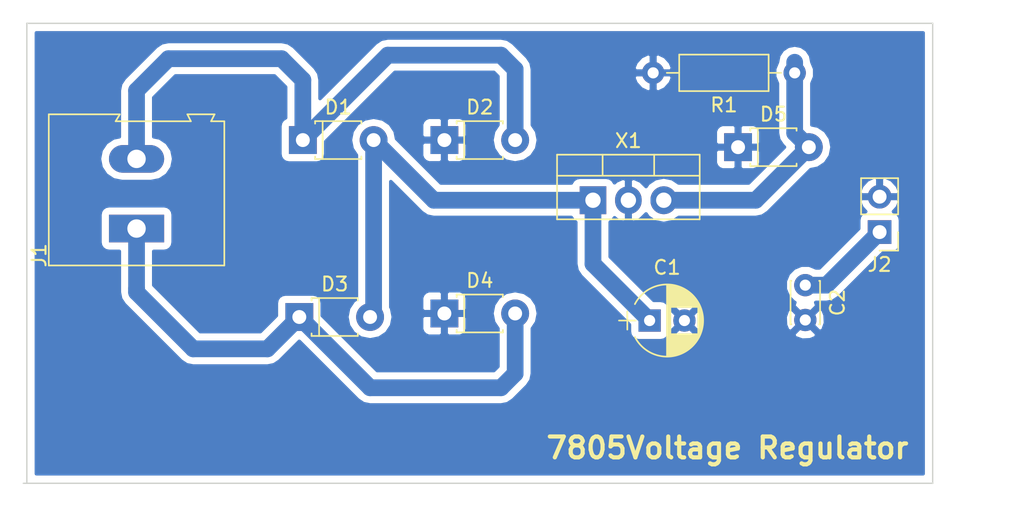
<source format=kicad_pcb>
(kicad_pcb (version 4) (host pcbnew 4.0.7)

  (general
    (links 18)
    (no_connects 1)
    (area 100.584 80.01 176.426 118.698001)
    (thickness 1.6)
    (drawings 8)
    (tracks 30)
    (zones 0)
    (modules 11)
    (nets 6)
  )

  (page A4)
  (layers
    (0 F.Cu signal)
    (31 B.Cu signal)
    (32 B.Adhes user)
    (33 F.Adhes user)
    (34 B.Paste user)
    (35 F.Paste user)
    (36 B.SilkS user)
    (37 F.SilkS user)
    (38 B.Mask user)
    (39 F.Mask user)
    (40 Dwgs.User user)
    (41 Cmts.User user)
    (42 Eco1.User user)
    (43 Eco2.User user)
    (44 Edge.Cuts user)
    (45 Margin user)
    (46 B.CrtYd user)
    (47 F.CrtYd user)
    (48 B.Fab user)
    (49 F.Fab user)
  )

  (setup
    (last_trace_width 1.2)
    (trace_clearance 0.2)
    (zone_clearance 0.508)
    (zone_45_only no)
    (trace_min 1.2)
    (segment_width 0.2)
    (edge_width 0.1)
    (via_size 0.6)
    (via_drill 0.4)
    (via_min_size 0.4)
    (via_min_drill 0.3)
    (uvia_size 0.3)
    (uvia_drill 0.1)
    (uvias_allowed no)
    (uvia_min_size 0.2)
    (uvia_min_drill 0.1)
    (pcb_text_width 0.3)
    (pcb_text_size 1.5 1.5)
    (mod_edge_width 0.15)
    (mod_text_size 1 1)
    (mod_text_width 0.15)
    (pad_size 1.905 2)
    (pad_drill 1.1)
    (pad_to_mask_clearance 0)
    (aux_axis_origin 0 0)
    (visible_elements FFFFFF7F)
    (pcbplotparams
      (layerselection 0x00030_80000001)
      (usegerberextensions false)
      (excludeedgelayer true)
      (linewidth 0.100000)
      (plotframeref false)
      (viasonmask false)
      (mode 1)
      (useauxorigin false)
      (hpglpennumber 1)
      (hpglpenspeed 20)
      (hpglpendiameter 15)
      (hpglpenoverlay 2)
      (psnegative false)
      (psa4output false)
      (plotreference true)
      (plotvalue true)
      (plotinvisibletext false)
      (padsonsilk false)
      (subtractmaskfromsilk false)
      (outputformat 1)
      (mirror false)
      (drillshape 1)
      (scaleselection 1)
      (outputdirectory ""))
  )

  (net 0 "")
  (net 1 "Net-(C1-Pad1)")
  (net 2 GND)
  (net 3 "Net-(C2-Pad1)")
  (net 4 "Net-(D1-Pad1)")
  (net 5 "Net-(D3-Pad1)")

  (net_class Default "This is the default net class."
    (clearance 0.2)
    (trace_width 1.2)
    (via_dia 0.6)
    (via_drill 0.4)
    (uvia_dia 0.3)
    (uvia_drill 0.1)
    (add_net GND)
    (add_net "Net-(C1-Pad1)")
    (add_net "Net-(C2-Pad1)")
    (add_net "Net-(D1-Pad1)")
    (add_net "Net-(D3-Pad1)")
  )

  (module Capacitors_THT:CP_Radial_D5.0mm_P2.50mm (layer F.Cu) (tedit 597BC7C2) (tstamp 5EA699C7)
    (at 147.066 102.87)
    (descr "CP, Radial series, Radial, pin pitch=2.50mm, , diameter=5mm, Electrolytic Capacitor")
    (tags "CP Radial series Radial pin pitch 2.50mm  diameter 5mm Electrolytic Capacitor")
    (path /5CB59F0D)
    (fp_text reference C1 (at 1.25 -3.81) (layer F.SilkS)
      (effects (font (size 1 1) (thickness 0.15)))
    )
    (fp_text value 1000u (at 1.25 3.81) (layer F.Fab)
      (effects (font (size 1 1) (thickness 0.15)))
    )
    (fp_arc (start 1.25 0) (end -1.05558 -1.18) (angle 125.8) (layer F.SilkS) (width 0.12))
    (fp_arc (start 1.25 0) (end -1.05558 1.18) (angle -125.8) (layer F.SilkS) (width 0.12))
    (fp_arc (start 1.25 0) (end 3.55558 -1.18) (angle 54.2) (layer F.SilkS) (width 0.12))
    (fp_circle (center 1.25 0) (end 3.75 0) (layer F.Fab) (width 0.1))
    (fp_line (start -2.2 0) (end -1 0) (layer F.Fab) (width 0.1))
    (fp_line (start -1.6 -0.65) (end -1.6 0.65) (layer F.Fab) (width 0.1))
    (fp_line (start 1.25 -2.55) (end 1.25 2.55) (layer F.SilkS) (width 0.12))
    (fp_line (start 1.29 -2.55) (end 1.29 2.55) (layer F.SilkS) (width 0.12))
    (fp_line (start 1.33 -2.549) (end 1.33 2.549) (layer F.SilkS) (width 0.12))
    (fp_line (start 1.37 -2.548) (end 1.37 2.548) (layer F.SilkS) (width 0.12))
    (fp_line (start 1.41 -2.546) (end 1.41 2.546) (layer F.SilkS) (width 0.12))
    (fp_line (start 1.45 -2.543) (end 1.45 2.543) (layer F.SilkS) (width 0.12))
    (fp_line (start 1.49 -2.539) (end 1.49 2.539) (layer F.SilkS) (width 0.12))
    (fp_line (start 1.53 -2.535) (end 1.53 -0.98) (layer F.SilkS) (width 0.12))
    (fp_line (start 1.53 0.98) (end 1.53 2.535) (layer F.SilkS) (width 0.12))
    (fp_line (start 1.57 -2.531) (end 1.57 -0.98) (layer F.SilkS) (width 0.12))
    (fp_line (start 1.57 0.98) (end 1.57 2.531) (layer F.SilkS) (width 0.12))
    (fp_line (start 1.61 -2.525) (end 1.61 -0.98) (layer F.SilkS) (width 0.12))
    (fp_line (start 1.61 0.98) (end 1.61 2.525) (layer F.SilkS) (width 0.12))
    (fp_line (start 1.65 -2.519) (end 1.65 -0.98) (layer F.SilkS) (width 0.12))
    (fp_line (start 1.65 0.98) (end 1.65 2.519) (layer F.SilkS) (width 0.12))
    (fp_line (start 1.69 -2.513) (end 1.69 -0.98) (layer F.SilkS) (width 0.12))
    (fp_line (start 1.69 0.98) (end 1.69 2.513) (layer F.SilkS) (width 0.12))
    (fp_line (start 1.73 -2.506) (end 1.73 -0.98) (layer F.SilkS) (width 0.12))
    (fp_line (start 1.73 0.98) (end 1.73 2.506) (layer F.SilkS) (width 0.12))
    (fp_line (start 1.77 -2.498) (end 1.77 -0.98) (layer F.SilkS) (width 0.12))
    (fp_line (start 1.77 0.98) (end 1.77 2.498) (layer F.SilkS) (width 0.12))
    (fp_line (start 1.81 -2.489) (end 1.81 -0.98) (layer F.SilkS) (width 0.12))
    (fp_line (start 1.81 0.98) (end 1.81 2.489) (layer F.SilkS) (width 0.12))
    (fp_line (start 1.85 -2.48) (end 1.85 -0.98) (layer F.SilkS) (width 0.12))
    (fp_line (start 1.85 0.98) (end 1.85 2.48) (layer F.SilkS) (width 0.12))
    (fp_line (start 1.89 -2.47) (end 1.89 -0.98) (layer F.SilkS) (width 0.12))
    (fp_line (start 1.89 0.98) (end 1.89 2.47) (layer F.SilkS) (width 0.12))
    (fp_line (start 1.93 -2.46) (end 1.93 -0.98) (layer F.SilkS) (width 0.12))
    (fp_line (start 1.93 0.98) (end 1.93 2.46) (layer F.SilkS) (width 0.12))
    (fp_line (start 1.971 -2.448) (end 1.971 -0.98) (layer F.SilkS) (width 0.12))
    (fp_line (start 1.971 0.98) (end 1.971 2.448) (layer F.SilkS) (width 0.12))
    (fp_line (start 2.011 -2.436) (end 2.011 -0.98) (layer F.SilkS) (width 0.12))
    (fp_line (start 2.011 0.98) (end 2.011 2.436) (layer F.SilkS) (width 0.12))
    (fp_line (start 2.051 -2.424) (end 2.051 -0.98) (layer F.SilkS) (width 0.12))
    (fp_line (start 2.051 0.98) (end 2.051 2.424) (layer F.SilkS) (width 0.12))
    (fp_line (start 2.091 -2.41) (end 2.091 -0.98) (layer F.SilkS) (width 0.12))
    (fp_line (start 2.091 0.98) (end 2.091 2.41) (layer F.SilkS) (width 0.12))
    (fp_line (start 2.131 -2.396) (end 2.131 -0.98) (layer F.SilkS) (width 0.12))
    (fp_line (start 2.131 0.98) (end 2.131 2.396) (layer F.SilkS) (width 0.12))
    (fp_line (start 2.171 -2.382) (end 2.171 -0.98) (layer F.SilkS) (width 0.12))
    (fp_line (start 2.171 0.98) (end 2.171 2.382) (layer F.SilkS) (width 0.12))
    (fp_line (start 2.211 -2.366) (end 2.211 -0.98) (layer F.SilkS) (width 0.12))
    (fp_line (start 2.211 0.98) (end 2.211 2.366) (layer F.SilkS) (width 0.12))
    (fp_line (start 2.251 -2.35) (end 2.251 -0.98) (layer F.SilkS) (width 0.12))
    (fp_line (start 2.251 0.98) (end 2.251 2.35) (layer F.SilkS) (width 0.12))
    (fp_line (start 2.291 -2.333) (end 2.291 -0.98) (layer F.SilkS) (width 0.12))
    (fp_line (start 2.291 0.98) (end 2.291 2.333) (layer F.SilkS) (width 0.12))
    (fp_line (start 2.331 -2.315) (end 2.331 -0.98) (layer F.SilkS) (width 0.12))
    (fp_line (start 2.331 0.98) (end 2.331 2.315) (layer F.SilkS) (width 0.12))
    (fp_line (start 2.371 -2.296) (end 2.371 -0.98) (layer F.SilkS) (width 0.12))
    (fp_line (start 2.371 0.98) (end 2.371 2.296) (layer F.SilkS) (width 0.12))
    (fp_line (start 2.411 -2.276) (end 2.411 -0.98) (layer F.SilkS) (width 0.12))
    (fp_line (start 2.411 0.98) (end 2.411 2.276) (layer F.SilkS) (width 0.12))
    (fp_line (start 2.451 -2.256) (end 2.451 -0.98) (layer F.SilkS) (width 0.12))
    (fp_line (start 2.451 0.98) (end 2.451 2.256) (layer F.SilkS) (width 0.12))
    (fp_line (start 2.491 -2.234) (end 2.491 -0.98) (layer F.SilkS) (width 0.12))
    (fp_line (start 2.491 0.98) (end 2.491 2.234) (layer F.SilkS) (width 0.12))
    (fp_line (start 2.531 -2.212) (end 2.531 -0.98) (layer F.SilkS) (width 0.12))
    (fp_line (start 2.531 0.98) (end 2.531 2.212) (layer F.SilkS) (width 0.12))
    (fp_line (start 2.571 -2.189) (end 2.571 -0.98) (layer F.SilkS) (width 0.12))
    (fp_line (start 2.571 0.98) (end 2.571 2.189) (layer F.SilkS) (width 0.12))
    (fp_line (start 2.611 -2.165) (end 2.611 -0.98) (layer F.SilkS) (width 0.12))
    (fp_line (start 2.611 0.98) (end 2.611 2.165) (layer F.SilkS) (width 0.12))
    (fp_line (start 2.651 -2.14) (end 2.651 -0.98) (layer F.SilkS) (width 0.12))
    (fp_line (start 2.651 0.98) (end 2.651 2.14) (layer F.SilkS) (width 0.12))
    (fp_line (start 2.691 -2.113) (end 2.691 -0.98) (layer F.SilkS) (width 0.12))
    (fp_line (start 2.691 0.98) (end 2.691 2.113) (layer F.SilkS) (width 0.12))
    (fp_line (start 2.731 -2.086) (end 2.731 -0.98) (layer F.SilkS) (width 0.12))
    (fp_line (start 2.731 0.98) (end 2.731 2.086) (layer F.SilkS) (width 0.12))
    (fp_line (start 2.771 -2.058) (end 2.771 -0.98) (layer F.SilkS) (width 0.12))
    (fp_line (start 2.771 0.98) (end 2.771 2.058) (layer F.SilkS) (width 0.12))
    (fp_line (start 2.811 -2.028) (end 2.811 -0.98) (layer F.SilkS) (width 0.12))
    (fp_line (start 2.811 0.98) (end 2.811 2.028) (layer F.SilkS) (width 0.12))
    (fp_line (start 2.851 -1.997) (end 2.851 -0.98) (layer F.SilkS) (width 0.12))
    (fp_line (start 2.851 0.98) (end 2.851 1.997) (layer F.SilkS) (width 0.12))
    (fp_line (start 2.891 -1.965) (end 2.891 -0.98) (layer F.SilkS) (width 0.12))
    (fp_line (start 2.891 0.98) (end 2.891 1.965) (layer F.SilkS) (width 0.12))
    (fp_line (start 2.931 -1.932) (end 2.931 -0.98) (layer F.SilkS) (width 0.12))
    (fp_line (start 2.931 0.98) (end 2.931 1.932) (layer F.SilkS) (width 0.12))
    (fp_line (start 2.971 -1.897) (end 2.971 -0.98) (layer F.SilkS) (width 0.12))
    (fp_line (start 2.971 0.98) (end 2.971 1.897) (layer F.SilkS) (width 0.12))
    (fp_line (start 3.011 -1.861) (end 3.011 -0.98) (layer F.SilkS) (width 0.12))
    (fp_line (start 3.011 0.98) (end 3.011 1.861) (layer F.SilkS) (width 0.12))
    (fp_line (start 3.051 -1.823) (end 3.051 -0.98) (layer F.SilkS) (width 0.12))
    (fp_line (start 3.051 0.98) (end 3.051 1.823) (layer F.SilkS) (width 0.12))
    (fp_line (start 3.091 -1.783) (end 3.091 -0.98) (layer F.SilkS) (width 0.12))
    (fp_line (start 3.091 0.98) (end 3.091 1.783) (layer F.SilkS) (width 0.12))
    (fp_line (start 3.131 -1.742) (end 3.131 -0.98) (layer F.SilkS) (width 0.12))
    (fp_line (start 3.131 0.98) (end 3.131 1.742) (layer F.SilkS) (width 0.12))
    (fp_line (start 3.171 -1.699) (end 3.171 -0.98) (layer F.SilkS) (width 0.12))
    (fp_line (start 3.171 0.98) (end 3.171 1.699) (layer F.SilkS) (width 0.12))
    (fp_line (start 3.211 -1.654) (end 3.211 -0.98) (layer F.SilkS) (width 0.12))
    (fp_line (start 3.211 0.98) (end 3.211 1.654) (layer F.SilkS) (width 0.12))
    (fp_line (start 3.251 -1.606) (end 3.251 -0.98) (layer F.SilkS) (width 0.12))
    (fp_line (start 3.251 0.98) (end 3.251 1.606) (layer F.SilkS) (width 0.12))
    (fp_line (start 3.291 -1.556) (end 3.291 -0.98) (layer F.SilkS) (width 0.12))
    (fp_line (start 3.291 0.98) (end 3.291 1.556) (layer F.SilkS) (width 0.12))
    (fp_line (start 3.331 -1.504) (end 3.331 -0.98) (layer F.SilkS) (width 0.12))
    (fp_line (start 3.331 0.98) (end 3.331 1.504) (layer F.SilkS) (width 0.12))
    (fp_line (start 3.371 -1.448) (end 3.371 -0.98) (layer F.SilkS) (width 0.12))
    (fp_line (start 3.371 0.98) (end 3.371 1.448) (layer F.SilkS) (width 0.12))
    (fp_line (start 3.411 -1.39) (end 3.411 -0.98) (layer F.SilkS) (width 0.12))
    (fp_line (start 3.411 0.98) (end 3.411 1.39) (layer F.SilkS) (width 0.12))
    (fp_line (start 3.451 -1.327) (end 3.451 -0.98) (layer F.SilkS) (width 0.12))
    (fp_line (start 3.451 0.98) (end 3.451 1.327) (layer F.SilkS) (width 0.12))
    (fp_line (start 3.491 -1.261) (end 3.491 1.261) (layer F.SilkS) (width 0.12))
    (fp_line (start 3.531 -1.189) (end 3.531 1.189) (layer F.SilkS) (width 0.12))
    (fp_line (start 3.571 -1.112) (end 3.571 1.112) (layer F.SilkS) (width 0.12))
    (fp_line (start 3.611 -1.028) (end 3.611 1.028) (layer F.SilkS) (width 0.12))
    (fp_line (start 3.651 -0.934) (end 3.651 0.934) (layer F.SilkS) (width 0.12))
    (fp_line (start 3.691 -0.829) (end 3.691 0.829) (layer F.SilkS) (width 0.12))
    (fp_line (start 3.731 -0.707) (end 3.731 0.707) (layer F.SilkS) (width 0.12))
    (fp_line (start 3.771 -0.559) (end 3.771 0.559) (layer F.SilkS) (width 0.12))
    (fp_line (start 3.811 -0.354) (end 3.811 0.354) (layer F.SilkS) (width 0.12))
    (fp_line (start -2.2 0) (end -1 0) (layer F.SilkS) (width 0.12))
    (fp_line (start -1.6 -0.65) (end -1.6 0.65) (layer F.SilkS) (width 0.12))
    (fp_line (start -1.6 -2.85) (end -1.6 2.85) (layer F.CrtYd) (width 0.05))
    (fp_line (start -1.6 2.85) (end 4.1 2.85) (layer F.CrtYd) (width 0.05))
    (fp_line (start 4.1 2.85) (end 4.1 -2.85) (layer F.CrtYd) (width 0.05))
    (fp_line (start 4.1 -2.85) (end -1.6 -2.85) (layer F.CrtYd) (width 0.05))
    (fp_text user %R (at 1.25 0) (layer F.Fab)
      (effects (font (size 1 1) (thickness 0.15)))
    )
    (pad 1 thru_hole rect (at 0 0) (size 1.6 1.6) (drill 0.8) (layers *.Cu *.Mask)
      (net 1 "Net-(C1-Pad1)"))
    (pad 2 thru_hole circle (at 2.5 0) (size 1.6 1.6) (drill 0.8) (layers *.Cu *.Mask)
      (net 2 GND))
    (model ${KISYS3DMOD}/Capacitors_THT.3dshapes/CP_Radial_D5.0mm_P2.50mm.wrl
      (at (xyz 0 0 0))
      (scale (xyz 1 1 1))
      (rotate (xyz 0 0 0))
    )
  )

  (module Capacitors_THT:C_Disc_D3.0mm_W2.0mm_P2.50mm (layer F.Cu) (tedit 597BC7C2) (tstamp 5EA699DC)
    (at 158.242 100.33 270)
    (descr "C, Disc series, Radial, pin pitch=2.50mm, , diameter*width=3*2mm^2, Capacitor")
    (tags "C Disc series Radial pin pitch 2.50mm  diameter 3mm width 2mm Capacitor")
    (path /5CB59F35)
    (fp_text reference C2 (at 1.25 -2.31 270) (layer F.SilkS)
      (effects (font (size 1 1) (thickness 0.15)))
    )
    (fp_text value 3.3u (at 1.25 2.31 270) (layer F.Fab)
      (effects (font (size 1 1) (thickness 0.15)))
    )
    (fp_line (start -0.25 -1) (end -0.25 1) (layer F.Fab) (width 0.1))
    (fp_line (start -0.25 1) (end 2.75 1) (layer F.Fab) (width 0.1))
    (fp_line (start 2.75 1) (end 2.75 -1) (layer F.Fab) (width 0.1))
    (fp_line (start 2.75 -1) (end -0.25 -1) (layer F.Fab) (width 0.1))
    (fp_line (start -0.31 -1.06) (end 2.81 -1.06) (layer F.SilkS) (width 0.12))
    (fp_line (start -0.31 1.06) (end 2.81 1.06) (layer F.SilkS) (width 0.12))
    (fp_line (start -0.31 -1.06) (end -0.31 -0.996) (layer F.SilkS) (width 0.12))
    (fp_line (start -0.31 0.996) (end -0.31 1.06) (layer F.SilkS) (width 0.12))
    (fp_line (start 2.81 -1.06) (end 2.81 -0.996) (layer F.SilkS) (width 0.12))
    (fp_line (start 2.81 0.996) (end 2.81 1.06) (layer F.SilkS) (width 0.12))
    (fp_line (start -1.05 -1.35) (end -1.05 1.35) (layer F.CrtYd) (width 0.05))
    (fp_line (start -1.05 1.35) (end 3.55 1.35) (layer F.CrtYd) (width 0.05))
    (fp_line (start 3.55 1.35) (end 3.55 -1.35) (layer F.CrtYd) (width 0.05))
    (fp_line (start 3.55 -1.35) (end -1.05 -1.35) (layer F.CrtYd) (width 0.05))
    (fp_text user %R (at 1.25 0 270) (layer F.Fab)
      (effects (font (size 1 1) (thickness 0.15)))
    )
    (pad 1 thru_hole circle (at 0 0 270) (size 1.6 1.6) (drill 0.8) (layers *.Cu *.Mask)
      (net 3 "Net-(C2-Pad1)"))
    (pad 2 thru_hole circle (at 2.5 0 270) (size 1.6 1.6) (drill 0.8) (layers *.Cu *.Mask)
      (net 2 GND))
    (model ${KISYS3DMOD}/Capacitors_THT.3dshapes/C_Disc_D3.0mm_W2.0mm_P2.50mm.wrl
      (at (xyz 0 0 0))
      (scale (xyz 1 1 1))
      (rotate (xyz 0 0 0))
    )
  )

  (module Diodes_THT:D_T-1_P5.08mm_Horizontal (layer F.Cu) (tedit 5921392F) (tstamp 5EA699F5)
    (at 122.174 89.916)
    (descr "D, T-1 series, Axial, Horizontal, pin pitch=5.08mm, , length*diameter=3.2*2.6mm^2, , http://www.diodes.com/_files/packages/T-1.pdf")
    (tags "D T-1 series Axial Horizontal pin pitch 5.08mm  length 3.2mm diameter 2.6mm")
    (path /5CB59A5D)
    (fp_text reference D1 (at 2.54 -2.36) (layer F.SilkS)
      (effects (font (size 1 1) (thickness 0.15)))
    )
    (fp_text value eSim_Diode (at 2.54 2.36) (layer F.Fab)
      (effects (font (size 1 1) (thickness 0.15)))
    )
    (fp_text user %R (at 2.54 0) (layer F.Fab)
      (effects (font (size 1 1) (thickness 0.15)))
    )
    (fp_line (start 0.94 -1.3) (end 0.94 1.3) (layer F.Fab) (width 0.1))
    (fp_line (start 0.94 1.3) (end 4.14 1.3) (layer F.Fab) (width 0.1))
    (fp_line (start 4.14 1.3) (end 4.14 -1.3) (layer F.Fab) (width 0.1))
    (fp_line (start 4.14 -1.3) (end 0.94 -1.3) (layer F.Fab) (width 0.1))
    (fp_line (start 0 0) (end 0.94 0) (layer F.Fab) (width 0.1))
    (fp_line (start 5.08 0) (end 4.14 0) (layer F.Fab) (width 0.1))
    (fp_line (start 1.42 -1.3) (end 1.42 1.3) (layer F.Fab) (width 0.1))
    (fp_line (start 0.88 -1.18) (end 0.88 -1.36) (layer F.SilkS) (width 0.12))
    (fp_line (start 0.88 -1.36) (end 4.2 -1.36) (layer F.SilkS) (width 0.12))
    (fp_line (start 4.2 -1.36) (end 4.2 -1.18) (layer F.SilkS) (width 0.12))
    (fp_line (start 0.88 1.18) (end 0.88 1.36) (layer F.SilkS) (width 0.12))
    (fp_line (start 0.88 1.36) (end 4.2 1.36) (layer F.SilkS) (width 0.12))
    (fp_line (start 4.2 1.36) (end 4.2 1.18) (layer F.SilkS) (width 0.12))
    (fp_line (start 1.42 -1.36) (end 1.42 1.36) (layer F.SilkS) (width 0.12))
    (fp_line (start -1.25 -1.65) (end -1.25 1.65) (layer F.CrtYd) (width 0.05))
    (fp_line (start -1.25 1.65) (end 6.35 1.65) (layer F.CrtYd) (width 0.05))
    (fp_line (start 6.35 1.65) (end 6.35 -1.65) (layer F.CrtYd) (width 0.05))
    (fp_line (start 6.35 -1.65) (end -1.25 -1.65) (layer F.CrtYd) (width 0.05))
    (pad 1 thru_hole rect (at 0 0) (size 2 2) (drill 1) (layers *.Cu *.Mask)
      (net 4 "Net-(D1-Pad1)"))
    (pad 2 thru_hole oval (at 5.08 0) (size 2 2) (drill 1) (layers *.Cu *.Mask)
      (net 1 "Net-(C1-Pad1)"))
    (model ${KISYS3DMOD}/Diodes_THT.3dshapes/D_T-1_P5.08mm_Horizontal.wrl
      (at (xyz 0 0 0))
      (scale (xyz 0.393701 0.393701 0.393701))
      (rotate (xyz 0 0 0))
    )
  )

  (module Diodes_THT:D_T-1_P5.08mm_Horizontal (layer F.Cu) (tedit 5921392F) (tstamp 5EA69A0E)
    (at 132.334 89.916)
    (descr "D, T-1 series, Axial, Horizontal, pin pitch=5.08mm, , length*diameter=3.2*2.6mm^2, , http://www.diodes.com/_files/packages/T-1.pdf")
    (tags "D T-1 series Axial Horizontal pin pitch 5.08mm  length 3.2mm diameter 2.6mm")
    (path /5CB59A75)
    (fp_text reference D2 (at 2.54 -2.36) (layer F.SilkS)
      (effects (font (size 1 1) (thickness 0.15)))
    )
    (fp_text value eSim_Diode (at 2.54 2.36) (layer F.Fab)
      (effects (font (size 1 1) (thickness 0.15)))
    )
    (fp_text user %R (at 2.54 0) (layer F.Fab)
      (effects (font (size 1 1) (thickness 0.15)))
    )
    (fp_line (start 0.94 -1.3) (end 0.94 1.3) (layer F.Fab) (width 0.1))
    (fp_line (start 0.94 1.3) (end 4.14 1.3) (layer F.Fab) (width 0.1))
    (fp_line (start 4.14 1.3) (end 4.14 -1.3) (layer F.Fab) (width 0.1))
    (fp_line (start 4.14 -1.3) (end 0.94 -1.3) (layer F.Fab) (width 0.1))
    (fp_line (start 0 0) (end 0.94 0) (layer F.Fab) (width 0.1))
    (fp_line (start 5.08 0) (end 4.14 0) (layer F.Fab) (width 0.1))
    (fp_line (start 1.42 -1.3) (end 1.42 1.3) (layer F.Fab) (width 0.1))
    (fp_line (start 0.88 -1.18) (end 0.88 -1.36) (layer F.SilkS) (width 0.12))
    (fp_line (start 0.88 -1.36) (end 4.2 -1.36) (layer F.SilkS) (width 0.12))
    (fp_line (start 4.2 -1.36) (end 4.2 -1.18) (layer F.SilkS) (width 0.12))
    (fp_line (start 0.88 1.18) (end 0.88 1.36) (layer F.SilkS) (width 0.12))
    (fp_line (start 0.88 1.36) (end 4.2 1.36) (layer F.SilkS) (width 0.12))
    (fp_line (start 4.2 1.36) (end 4.2 1.18) (layer F.SilkS) (width 0.12))
    (fp_line (start 1.42 -1.36) (end 1.42 1.36) (layer F.SilkS) (width 0.12))
    (fp_line (start -1.25 -1.65) (end -1.25 1.65) (layer F.CrtYd) (width 0.05))
    (fp_line (start -1.25 1.65) (end 6.35 1.65) (layer F.CrtYd) (width 0.05))
    (fp_line (start 6.35 1.65) (end 6.35 -1.65) (layer F.CrtYd) (width 0.05))
    (fp_line (start 6.35 -1.65) (end -1.25 -1.65) (layer F.CrtYd) (width 0.05))
    (pad 1 thru_hole rect (at 0 0) (size 2 2) (drill 1) (layers *.Cu *.Mask)
      (net 2 GND))
    (pad 2 thru_hole oval (at 5.08 0) (size 2 2) (drill 1) (layers *.Cu *.Mask)
      (net 4 "Net-(D1-Pad1)"))
    (model ${KISYS3DMOD}/Diodes_THT.3dshapes/D_T-1_P5.08mm_Horizontal.wrl
      (at (xyz 0 0 0))
      (scale (xyz 0.393701 0.393701 0.393701))
      (rotate (xyz 0 0 0))
    )
  )

  (module Diodes_THT:D_T-1_P5.08mm_Horizontal (layer F.Cu) (tedit 5921392F) (tstamp 5EA69A27)
    (at 121.92 102.616)
    (descr "D, T-1 series, Axial, Horizontal, pin pitch=5.08mm, , length*diameter=3.2*2.6mm^2, , http://www.diodes.com/_files/packages/T-1.pdf")
    (tags "D T-1 series Axial Horizontal pin pitch 5.08mm  length 3.2mm diameter 2.6mm")
    (path /5CB59AF2)
    (fp_text reference D3 (at 2.54 -2.36) (layer F.SilkS)
      (effects (font (size 1 1) (thickness 0.15)))
    )
    (fp_text value eSim_Diode (at 2.54 2.36) (layer F.Fab)
      (effects (font (size 1 1) (thickness 0.15)))
    )
    (fp_text user %R (at 2.54 0) (layer F.Fab)
      (effects (font (size 1 1) (thickness 0.15)))
    )
    (fp_line (start 0.94 -1.3) (end 0.94 1.3) (layer F.Fab) (width 0.1))
    (fp_line (start 0.94 1.3) (end 4.14 1.3) (layer F.Fab) (width 0.1))
    (fp_line (start 4.14 1.3) (end 4.14 -1.3) (layer F.Fab) (width 0.1))
    (fp_line (start 4.14 -1.3) (end 0.94 -1.3) (layer F.Fab) (width 0.1))
    (fp_line (start 0 0) (end 0.94 0) (layer F.Fab) (width 0.1))
    (fp_line (start 5.08 0) (end 4.14 0) (layer F.Fab) (width 0.1))
    (fp_line (start 1.42 -1.3) (end 1.42 1.3) (layer F.Fab) (width 0.1))
    (fp_line (start 0.88 -1.18) (end 0.88 -1.36) (layer F.SilkS) (width 0.12))
    (fp_line (start 0.88 -1.36) (end 4.2 -1.36) (layer F.SilkS) (width 0.12))
    (fp_line (start 4.2 -1.36) (end 4.2 -1.18) (layer F.SilkS) (width 0.12))
    (fp_line (start 0.88 1.18) (end 0.88 1.36) (layer F.SilkS) (width 0.12))
    (fp_line (start 0.88 1.36) (end 4.2 1.36) (layer F.SilkS) (width 0.12))
    (fp_line (start 4.2 1.36) (end 4.2 1.18) (layer F.SilkS) (width 0.12))
    (fp_line (start 1.42 -1.36) (end 1.42 1.36) (layer F.SilkS) (width 0.12))
    (fp_line (start -1.25 -1.65) (end -1.25 1.65) (layer F.CrtYd) (width 0.05))
    (fp_line (start -1.25 1.65) (end 6.35 1.65) (layer F.CrtYd) (width 0.05))
    (fp_line (start 6.35 1.65) (end 6.35 -1.65) (layer F.CrtYd) (width 0.05))
    (fp_line (start 6.35 -1.65) (end -1.25 -1.65) (layer F.CrtYd) (width 0.05))
    (pad 1 thru_hole rect (at 0 0) (size 2 2) (drill 1) (layers *.Cu *.Mask)
      (net 5 "Net-(D3-Pad1)"))
    (pad 2 thru_hole oval (at 5.08 0) (size 2 2) (drill 1) (layers *.Cu *.Mask)
      (net 1 "Net-(C1-Pad1)"))
    (model ${KISYS3DMOD}/Diodes_THT.3dshapes/D_T-1_P5.08mm_Horizontal.wrl
      (at (xyz 0 0 0))
      (scale (xyz 0.393701 0.393701 0.393701))
      (rotate (xyz 0 0 0))
    )
  )

  (module Diodes_THT:D_T-1_P5.08mm_Horizontal (layer F.Cu) (tedit 5921392F) (tstamp 5EA69A40)
    (at 132.334 102.362)
    (descr "D, T-1 series, Axial, Horizontal, pin pitch=5.08mm, , length*diameter=3.2*2.6mm^2, , http://www.diodes.com/_files/packages/T-1.pdf")
    (tags "D T-1 series Axial Horizontal pin pitch 5.08mm  length 3.2mm diameter 2.6mm")
    (path /5CB59AA9)
    (fp_text reference D4 (at 2.54 -2.36) (layer F.SilkS)
      (effects (font (size 1 1) (thickness 0.15)))
    )
    (fp_text value eSim_Diode (at 2.54 2.36) (layer F.Fab)
      (effects (font (size 1 1) (thickness 0.15)))
    )
    (fp_text user %R (at 2.54 0) (layer F.Fab)
      (effects (font (size 1 1) (thickness 0.15)))
    )
    (fp_line (start 0.94 -1.3) (end 0.94 1.3) (layer F.Fab) (width 0.1))
    (fp_line (start 0.94 1.3) (end 4.14 1.3) (layer F.Fab) (width 0.1))
    (fp_line (start 4.14 1.3) (end 4.14 -1.3) (layer F.Fab) (width 0.1))
    (fp_line (start 4.14 -1.3) (end 0.94 -1.3) (layer F.Fab) (width 0.1))
    (fp_line (start 0 0) (end 0.94 0) (layer F.Fab) (width 0.1))
    (fp_line (start 5.08 0) (end 4.14 0) (layer F.Fab) (width 0.1))
    (fp_line (start 1.42 -1.3) (end 1.42 1.3) (layer F.Fab) (width 0.1))
    (fp_line (start 0.88 -1.18) (end 0.88 -1.36) (layer F.SilkS) (width 0.12))
    (fp_line (start 0.88 -1.36) (end 4.2 -1.36) (layer F.SilkS) (width 0.12))
    (fp_line (start 4.2 -1.36) (end 4.2 -1.18) (layer F.SilkS) (width 0.12))
    (fp_line (start 0.88 1.18) (end 0.88 1.36) (layer F.SilkS) (width 0.12))
    (fp_line (start 0.88 1.36) (end 4.2 1.36) (layer F.SilkS) (width 0.12))
    (fp_line (start 4.2 1.36) (end 4.2 1.18) (layer F.SilkS) (width 0.12))
    (fp_line (start 1.42 -1.36) (end 1.42 1.36) (layer F.SilkS) (width 0.12))
    (fp_line (start -1.25 -1.65) (end -1.25 1.65) (layer F.CrtYd) (width 0.05))
    (fp_line (start -1.25 1.65) (end 6.35 1.65) (layer F.CrtYd) (width 0.05))
    (fp_line (start 6.35 1.65) (end 6.35 -1.65) (layer F.CrtYd) (width 0.05))
    (fp_line (start 6.35 -1.65) (end -1.25 -1.65) (layer F.CrtYd) (width 0.05))
    (pad 1 thru_hole rect (at 0 0) (size 2 2) (drill 1) (layers *.Cu *.Mask)
      (net 2 GND))
    (pad 2 thru_hole oval (at 5.08 0) (size 2 2) (drill 1) (layers *.Cu *.Mask)
      (net 5 "Net-(D3-Pad1)"))
    (model ${KISYS3DMOD}/Diodes_THT.3dshapes/D_T-1_P5.08mm_Horizontal.wrl
      (at (xyz 0 0 0))
      (scale (xyz 0.393701 0.393701 0.393701))
      (rotate (xyz 0 0 0))
    )
  )

  (module Diodes_THT:D_T-1_P5.08mm_Horizontal (layer F.Cu) (tedit 5921392F) (tstamp 5EA69A59)
    (at 153.416 90.424)
    (descr "D, T-1 series, Axial, Horizontal, pin pitch=5.08mm, , length*diameter=3.2*2.6mm^2, , http://www.diodes.com/_files/packages/T-1.pdf")
    (tags "D T-1 series Axial Horizontal pin pitch 5.08mm  length 3.2mm diameter 2.6mm")
    (path /5CB59B30)
    (fp_text reference D5 (at 2.54 -2.36) (layer F.SilkS)
      (effects (font (size 1 1) (thickness 0.15)))
    )
    (fp_text value eSim_Diode (at 2.54 2.36) (layer F.Fab)
      (effects (font (size 1 1) (thickness 0.15)))
    )
    (fp_text user %R (at 2.54 0) (layer F.Fab)
      (effects (font (size 1 1) (thickness 0.15)))
    )
    (fp_line (start 0.94 -1.3) (end 0.94 1.3) (layer F.Fab) (width 0.1))
    (fp_line (start 0.94 1.3) (end 4.14 1.3) (layer F.Fab) (width 0.1))
    (fp_line (start 4.14 1.3) (end 4.14 -1.3) (layer F.Fab) (width 0.1))
    (fp_line (start 4.14 -1.3) (end 0.94 -1.3) (layer F.Fab) (width 0.1))
    (fp_line (start 0 0) (end 0.94 0) (layer F.Fab) (width 0.1))
    (fp_line (start 5.08 0) (end 4.14 0) (layer F.Fab) (width 0.1))
    (fp_line (start 1.42 -1.3) (end 1.42 1.3) (layer F.Fab) (width 0.1))
    (fp_line (start 0.88 -1.18) (end 0.88 -1.36) (layer F.SilkS) (width 0.12))
    (fp_line (start 0.88 -1.36) (end 4.2 -1.36) (layer F.SilkS) (width 0.12))
    (fp_line (start 4.2 -1.36) (end 4.2 -1.18) (layer F.SilkS) (width 0.12))
    (fp_line (start 0.88 1.18) (end 0.88 1.36) (layer F.SilkS) (width 0.12))
    (fp_line (start 0.88 1.36) (end 4.2 1.36) (layer F.SilkS) (width 0.12))
    (fp_line (start 4.2 1.36) (end 4.2 1.18) (layer F.SilkS) (width 0.12))
    (fp_line (start 1.42 -1.36) (end 1.42 1.36) (layer F.SilkS) (width 0.12))
    (fp_line (start -1.25 -1.65) (end -1.25 1.65) (layer F.CrtYd) (width 0.05))
    (fp_line (start -1.25 1.65) (end 6.35 1.65) (layer F.CrtYd) (width 0.05))
    (fp_line (start 6.35 1.65) (end 6.35 -1.65) (layer F.CrtYd) (width 0.05))
    (fp_line (start 6.35 -1.65) (end -1.25 -1.65) (layer F.CrtYd) (width 0.05))
    (pad 1 thru_hole rect (at 0 0) (size 2 2) (drill 1) (layers *.Cu *.Mask)
      (net 2 GND))
    (pad 2 thru_hole oval (at 5.08 0) (size 2 2) (drill 1) (layers *.Cu *.Mask)
      (net 3 "Net-(C2-Pad1)"))
    (model ${KISYS3DMOD}/Diodes_THT.3dshapes/D_T-1_P5.08mm_Horizontal.wrl
      (at (xyz 0 0 0))
      (scale (xyz 0.393701 0.393701 0.393701))
      (rotate (xyz 0 0 0))
    )
  )

  (module Connectors_Terminal_Blocks:TerminalBlock_Altech_AK300-2_P5.00mm (layer F.Cu) (tedit 59FF0306) (tstamp 5EA69AC0)
    (at 110.236 96.266 90)
    (descr "Altech AK300 terminal block, pitch 5.0mm, 45 degree angled, see http://www.mouser.com/ds/2/16/PCBMETRC-24178.pdf")
    (tags "Altech AK300 terminal block pitch 5.0mm")
    (path /5EA68344)
    (fp_text reference J1 (at -1.92 -6.99 90) (layer F.SilkS)
      (effects (font (size 1 1) (thickness 0.15)))
    )
    (fp_text value Screw_Terminal_01x02 (at 2.78 7.75 90) (layer F.Fab)
      (effects (font (size 1 1) (thickness 0.15)))
    )
    (fp_text user %R (at 2.5 -2 90) (layer F.Fab)
      (effects (font (size 1 1) (thickness 0.15)))
    )
    (fp_line (start -2.65 -6.3) (end -2.65 6.3) (layer F.SilkS) (width 0.12))
    (fp_line (start -2.65 6.3) (end 7.7 6.3) (layer F.SilkS) (width 0.12))
    (fp_line (start 7.7 6.3) (end 7.7 5.35) (layer F.SilkS) (width 0.12))
    (fp_line (start 7.7 5.35) (end 8.2 5.6) (layer F.SilkS) (width 0.12))
    (fp_line (start 8.2 5.6) (end 8.2 3.7) (layer F.SilkS) (width 0.12))
    (fp_line (start 8.2 3.7) (end 8.2 3.65) (layer F.SilkS) (width 0.12))
    (fp_line (start 8.2 3.65) (end 7.7 3.9) (layer F.SilkS) (width 0.12))
    (fp_line (start 7.7 3.9) (end 7.7 -1.5) (layer F.SilkS) (width 0.12))
    (fp_line (start 7.7 -1.5) (end 8.2 -1.2) (layer F.SilkS) (width 0.12))
    (fp_line (start 8.2 -1.2) (end 8.2 -6.3) (layer F.SilkS) (width 0.12))
    (fp_line (start 8.2 -6.3) (end -2.65 -6.3) (layer F.SilkS) (width 0.12))
    (fp_line (start -1.26 2.54) (end 1.28 2.54) (layer F.Fab) (width 0.1))
    (fp_line (start 1.28 2.54) (end 1.28 -0.25) (layer F.Fab) (width 0.1))
    (fp_line (start -1.26 -0.25) (end 1.28 -0.25) (layer F.Fab) (width 0.1))
    (fp_line (start -1.26 2.54) (end -1.26 -0.25) (layer F.Fab) (width 0.1))
    (fp_line (start 3.74 2.54) (end 6.28 2.54) (layer F.Fab) (width 0.1))
    (fp_line (start 6.28 2.54) (end 6.28 -0.25) (layer F.Fab) (width 0.1))
    (fp_line (start 3.74 -0.25) (end 6.28 -0.25) (layer F.Fab) (width 0.1))
    (fp_line (start 3.74 2.54) (end 3.74 -0.25) (layer F.Fab) (width 0.1))
    (fp_line (start 7.61 -6.22) (end 7.61 -3.17) (layer F.Fab) (width 0.1))
    (fp_line (start 7.61 -6.22) (end -2.58 -6.22) (layer F.Fab) (width 0.1))
    (fp_line (start 7.61 -6.22) (end 8.11 -6.22) (layer F.Fab) (width 0.1))
    (fp_line (start 8.11 -6.22) (end 8.11 -1.4) (layer F.Fab) (width 0.1))
    (fp_line (start 8.11 -1.4) (end 7.61 -1.65) (layer F.Fab) (width 0.1))
    (fp_line (start 8.11 5.46) (end 7.61 5.21) (layer F.Fab) (width 0.1))
    (fp_line (start 7.61 5.21) (end 7.61 6.22) (layer F.Fab) (width 0.1))
    (fp_line (start 8.11 3.81) (end 7.61 4.06) (layer F.Fab) (width 0.1))
    (fp_line (start 7.61 4.06) (end 7.61 5.21) (layer F.Fab) (width 0.1))
    (fp_line (start 8.11 3.81) (end 8.11 5.46) (layer F.Fab) (width 0.1))
    (fp_line (start 2.98 6.22) (end 2.98 4.32) (layer F.Fab) (width 0.1))
    (fp_line (start 7.05 -0.25) (end 7.05 4.32) (layer F.Fab) (width 0.1))
    (fp_line (start 2.98 6.22) (end 7.05 6.22) (layer F.Fab) (width 0.1))
    (fp_line (start 7.05 6.22) (end 7.61 6.22) (layer F.Fab) (width 0.1))
    (fp_line (start 2.04 6.22) (end 2.04 4.32) (layer F.Fab) (width 0.1))
    (fp_line (start 2.04 6.22) (end 2.98 6.22) (layer F.Fab) (width 0.1))
    (fp_line (start -2.02 -0.25) (end -2.02 4.32) (layer F.Fab) (width 0.1))
    (fp_line (start -2.58 6.22) (end -2.02 6.22) (layer F.Fab) (width 0.1))
    (fp_line (start -2.02 6.22) (end 2.04 6.22) (layer F.Fab) (width 0.1))
    (fp_line (start 2.98 4.32) (end 7.05 4.32) (layer F.Fab) (width 0.1))
    (fp_line (start 2.98 4.32) (end 2.98 -0.25) (layer F.Fab) (width 0.1))
    (fp_line (start 7.05 4.32) (end 7.05 6.22) (layer F.Fab) (width 0.1))
    (fp_line (start 2.04 4.32) (end -2.02 4.32) (layer F.Fab) (width 0.1))
    (fp_line (start 2.04 4.32) (end 2.04 -0.25) (layer F.Fab) (width 0.1))
    (fp_line (start -2.02 4.32) (end -2.02 6.22) (layer F.Fab) (width 0.1))
    (fp_line (start 6.67 3.68) (end 6.67 0.51) (layer F.Fab) (width 0.1))
    (fp_line (start 6.67 3.68) (end 3.36 3.68) (layer F.Fab) (width 0.1))
    (fp_line (start 3.36 3.68) (end 3.36 0.51) (layer F.Fab) (width 0.1))
    (fp_line (start 1.66 3.68) (end 1.66 0.51) (layer F.Fab) (width 0.1))
    (fp_line (start 1.66 3.68) (end -1.64 3.68) (layer F.Fab) (width 0.1))
    (fp_line (start -1.64 3.68) (end -1.64 0.51) (layer F.Fab) (width 0.1))
    (fp_line (start -1.64 0.51) (end -1.26 0.51) (layer F.Fab) (width 0.1))
    (fp_line (start 1.66 0.51) (end 1.28 0.51) (layer F.Fab) (width 0.1))
    (fp_line (start 3.36 0.51) (end 3.74 0.51) (layer F.Fab) (width 0.1))
    (fp_line (start 6.67 0.51) (end 6.28 0.51) (layer F.Fab) (width 0.1))
    (fp_line (start -2.58 6.22) (end -2.58 -0.64) (layer F.Fab) (width 0.1))
    (fp_line (start -2.58 -0.64) (end -2.58 -3.17) (layer F.Fab) (width 0.1))
    (fp_line (start 7.61 -1.65) (end 7.61 -0.64) (layer F.Fab) (width 0.1))
    (fp_line (start 7.61 -0.64) (end 7.61 4.06) (layer F.Fab) (width 0.1))
    (fp_line (start -2.58 -3.17) (end 7.61 -3.17) (layer F.Fab) (width 0.1))
    (fp_line (start -2.58 -3.17) (end -2.58 -6.22) (layer F.Fab) (width 0.1))
    (fp_line (start 7.61 -3.17) (end 7.61 -1.65) (layer F.Fab) (width 0.1))
    (fp_line (start 2.98 -3.43) (end 2.98 -5.97) (layer F.Fab) (width 0.1))
    (fp_line (start 2.98 -5.97) (end 7.05 -5.97) (layer F.Fab) (width 0.1))
    (fp_line (start 7.05 -5.97) (end 7.05 -3.43) (layer F.Fab) (width 0.1))
    (fp_line (start 7.05 -3.43) (end 2.98 -3.43) (layer F.Fab) (width 0.1))
    (fp_line (start 2.04 -3.43) (end 2.04 -5.97) (layer F.Fab) (width 0.1))
    (fp_line (start 2.04 -3.43) (end -2.02 -3.43) (layer F.Fab) (width 0.1))
    (fp_line (start -2.02 -3.43) (end -2.02 -5.97) (layer F.Fab) (width 0.1))
    (fp_line (start 2.04 -5.97) (end -2.02 -5.97) (layer F.Fab) (width 0.1))
    (fp_line (start 3.39 -4.45) (end 6.44 -5.08) (layer F.Fab) (width 0.1))
    (fp_line (start 3.52 -4.32) (end 6.56 -4.95) (layer F.Fab) (width 0.1))
    (fp_line (start -1.62 -4.45) (end 1.44 -5.08) (layer F.Fab) (width 0.1))
    (fp_line (start -1.49 -4.32) (end 1.56 -4.95) (layer F.Fab) (width 0.1))
    (fp_line (start -2.02 -0.25) (end -1.64 -0.25) (layer F.Fab) (width 0.1))
    (fp_line (start 2.04 -0.25) (end 1.66 -0.25) (layer F.Fab) (width 0.1))
    (fp_line (start 1.66 -0.25) (end -1.64 -0.25) (layer F.Fab) (width 0.1))
    (fp_line (start -2.58 -0.64) (end -1.64 -0.64) (layer F.Fab) (width 0.1))
    (fp_line (start -1.64 -0.64) (end 1.66 -0.64) (layer F.Fab) (width 0.1))
    (fp_line (start 1.66 -0.64) (end 3.36 -0.64) (layer F.Fab) (width 0.1))
    (fp_line (start 7.61 -0.64) (end 6.67 -0.64) (layer F.Fab) (width 0.1))
    (fp_line (start 6.67 -0.64) (end 3.36 -0.64) (layer F.Fab) (width 0.1))
    (fp_line (start 7.05 -0.25) (end 6.67 -0.25) (layer F.Fab) (width 0.1))
    (fp_line (start 2.98 -0.25) (end 3.36 -0.25) (layer F.Fab) (width 0.1))
    (fp_line (start 3.36 -0.25) (end 6.67 -0.25) (layer F.Fab) (width 0.1))
    (fp_line (start -2.83 -6.47) (end 8.36 -6.47) (layer F.CrtYd) (width 0.05))
    (fp_line (start -2.83 -6.47) (end -2.83 6.47) (layer F.CrtYd) (width 0.05))
    (fp_line (start 8.36 6.47) (end 8.36 -6.47) (layer F.CrtYd) (width 0.05))
    (fp_line (start 8.36 6.47) (end -2.83 6.47) (layer F.CrtYd) (width 0.05))
    (fp_arc (start 6.03 -4.59) (end 6.54 -5.05) (angle 90.5) (layer F.Fab) (width 0.1))
    (fp_arc (start 5.07 -6.07) (end 6.53 -4.12) (angle 75.5) (layer F.Fab) (width 0.1))
    (fp_arc (start 4.99 -3.71) (end 3.39 -5) (angle 100) (layer F.Fab) (width 0.1))
    (fp_arc (start 3.87 -4.65) (end 3.58 -4.13) (angle 104.2) (layer F.Fab) (width 0.1))
    (fp_arc (start 1.03 -4.59) (end 1.53 -5.05) (angle 90.5) (layer F.Fab) (width 0.1))
    (fp_arc (start 0.06 -6.07) (end 1.53 -4.12) (angle 75.5) (layer F.Fab) (width 0.1))
    (fp_arc (start -0.01 -3.71) (end -1.62 -5) (angle 100) (layer F.Fab) (width 0.1))
    (fp_arc (start -1.13 -4.65) (end -1.42 -4.13) (angle 104.2) (layer F.Fab) (width 0.1))
    (pad 1 thru_hole rect (at 0 0 90) (size 1.98 3.96) (drill 1.32) (layers *.Cu *.Mask)
      (net 5 "Net-(D3-Pad1)"))
    (pad 2 thru_hole oval (at 5 0 90) (size 1.98 3.96) (drill 1.32) (layers *.Cu *.Mask)
      (net 4 "Net-(D1-Pad1)"))
    (model ${KISYS3DMOD}/TerminalBlock.3dshapes/TerminalBlock_Altech_AK300-2_P5.00mm.wrl
      (at (xyz 0 0 0))
      (scale (xyz 1 1 1))
      (rotate (xyz 0 0 0))
    )
  )

  (module Pin_Headers:Pin_Header_Straight_1x02_Pitch2.54mm (layer F.Cu) (tedit 5EA6A22F) (tstamp 5EA69AD6)
    (at 163.576 96.52 180)
    (descr "Through hole straight pin header, 1x02, 2.54mm pitch, single row")
    (tags "Through hole pin header THT 1x02 2.54mm single row")
    (path /5EA682D7)
    (fp_text reference J2 (at 0 -2.33 180) (layer F.SilkS)
      (effects (font (size 1 1) (thickness 0.15)))
    )
    (fp_text value Conn_01x02 (at 0 4.87 180) (layer F.Fab)
      (effects (font (size 1 1) (thickness 0.15)))
    )
    (fp_line (start -0.635 -1.27) (end 1.27 -1.27) (layer F.Fab) (width 0.1))
    (fp_line (start 1.27 -1.27) (end 1.27 3.81) (layer F.Fab) (width 0.1))
    (fp_line (start 1.27 3.81) (end -1.27 3.81) (layer F.Fab) (width 0.1))
    (fp_line (start -1.27 3.81) (end -1.27 -0.635) (layer F.Fab) (width 0.1))
    (fp_line (start -1.27 -0.635) (end -0.635 -1.27) (layer F.Fab) (width 0.1))
    (fp_line (start -1.33 3.87) (end 1.33 3.87) (layer F.SilkS) (width 0.12))
    (fp_line (start -1.33 1.27) (end -1.33 3.87) (layer F.SilkS) (width 0.12))
    (fp_line (start 1.33 1.27) (end 1.33 3.87) (layer F.SilkS) (width 0.12))
    (fp_line (start -1.33 1.27) (end 1.33 1.27) (layer F.SilkS) (width 0.12))
    (fp_line (start -1.33 0) (end -1.33 -1.33) (layer F.SilkS) (width 0.12))
    (fp_line (start -1.33 -1.33) (end 0 -1.33) (layer F.SilkS) (width 0.12))
    (fp_line (start -1.8 -1.8) (end -1.8 4.35) (layer F.CrtYd) (width 0.05))
    (fp_line (start -1.8 4.35) (end 1.8 4.35) (layer F.CrtYd) (width 0.05))
    (fp_line (start 1.8 4.35) (end 1.8 -1.8) (layer F.CrtYd) (width 0.05))
    (fp_line (start 1.8 -1.8) (end -1.8 -1.8) (layer F.CrtYd) (width 0.05))
    (fp_text user %R (at 0 1.27 270) (layer F.Fab)
      (effects (font (size 1 1) (thickness 0.15)))
    )
    (pad 1 thru_hole rect (at 0 0 180) (size 1.7 1.7) (drill 1) (layers *.Cu *.Mask)
      (net 3 "Net-(C2-Pad1)"))
    (pad 2 thru_hole oval (at 0 2.54 180) (size 1.7 1.7) (drill 1) (layers *.Cu *.Mask)
      (net 2 GND))
    (model ${KISYS3DMOD}/Pin_Headers.3dshapes/Pin_Header_Straight_1x02_Pitch2.54mm.wrl
      (at (xyz 0 0 0))
      (scale (xyz 1 1 1))
      (rotate (xyz 0 0 0))
    )
  )

  (module Resistors_THT:R_Axial_DIN0207_L6.3mm_D2.5mm_P10.16mm_Horizontal (layer F.Cu) (tedit 5874F706) (tstamp 5EA69AEC)
    (at 157.48 85.09 180)
    (descr "Resistor, Axial_DIN0207 series, Axial, Horizontal, pin pitch=10.16mm, 0.25W = 1/4W, length*diameter=6.3*2.5mm^2, http://cdn-reichelt.de/documents/datenblatt/B400/1_4W%23YAG.pdf")
    (tags "Resistor Axial_DIN0207 series Axial Horizontal pin pitch 10.16mm 0.25W = 1/4W length 6.3mm diameter 2.5mm")
    (path /5CB59FD5)
    (fp_text reference R1 (at 5.08 -2.31 180) (layer F.SilkS)
      (effects (font (size 1 1) (thickness 0.15)))
    )
    (fp_text value 1k (at 5.08 2.31 180) (layer F.Fab)
      (effects (font (size 1 1) (thickness 0.15)))
    )
    (fp_line (start 1.93 -1.25) (end 1.93 1.25) (layer F.Fab) (width 0.1))
    (fp_line (start 1.93 1.25) (end 8.23 1.25) (layer F.Fab) (width 0.1))
    (fp_line (start 8.23 1.25) (end 8.23 -1.25) (layer F.Fab) (width 0.1))
    (fp_line (start 8.23 -1.25) (end 1.93 -1.25) (layer F.Fab) (width 0.1))
    (fp_line (start 0 0) (end 1.93 0) (layer F.Fab) (width 0.1))
    (fp_line (start 10.16 0) (end 8.23 0) (layer F.Fab) (width 0.1))
    (fp_line (start 1.87 -1.31) (end 1.87 1.31) (layer F.SilkS) (width 0.12))
    (fp_line (start 1.87 1.31) (end 8.29 1.31) (layer F.SilkS) (width 0.12))
    (fp_line (start 8.29 1.31) (end 8.29 -1.31) (layer F.SilkS) (width 0.12))
    (fp_line (start 8.29 -1.31) (end 1.87 -1.31) (layer F.SilkS) (width 0.12))
    (fp_line (start 0.98 0) (end 1.87 0) (layer F.SilkS) (width 0.12))
    (fp_line (start 9.18 0) (end 8.29 0) (layer F.SilkS) (width 0.12))
    (fp_line (start -1.05 -1.6) (end -1.05 1.6) (layer F.CrtYd) (width 0.05))
    (fp_line (start -1.05 1.6) (end 11.25 1.6) (layer F.CrtYd) (width 0.05))
    (fp_line (start 11.25 1.6) (end 11.25 -1.6) (layer F.CrtYd) (width 0.05))
    (fp_line (start 11.25 -1.6) (end -1.05 -1.6) (layer F.CrtYd) (width 0.05))
    (pad 1 thru_hole circle (at 0 0 180) (size 1.6 1.6) (drill 0.8) (layers *.Cu *.Mask)
      (net 3 "Net-(C2-Pad1)"))
    (pad 2 thru_hole oval (at 10.16 0 180) (size 1.6 1.6) (drill 0.8) (layers *.Cu *.Mask)
      (net 2 GND))
    (model ${KISYS3DMOD}/Resistors_THT.3dshapes/R_Axial_DIN0207_L6.3mm_D2.5mm_P10.16mm_Horizontal.wrl
      (at (xyz 0 0 0))
      (scale (xyz 0.393701 0.393701 0.393701))
      (rotate (xyz 0 0 0))
    )
  )

  (module TO_SOT_Packages_THT:TO-220-3_Vertical (layer F.Cu) (tedit 5EA69DC2) (tstamp 5EA69B06)
    (at 143.002 94.234)
    (descr "TO-220-3, Vertical, RM 2.54mm, see https://www.vishay.com/docs/66542/to-220-1.pdf")
    (tags "TO-220-3 Vertical RM 2.54mm")
    (path /5CF77362)
    (fp_text reference X1 (at 2.54 -4.27) (layer F.SilkS)
      (effects (font (size 1 1) (thickness 0.15)))
    )
    (fp_text value Lm_7805 (at 2.54 2.5) (layer F.Fab)
      (effects (font (size 1 1) (thickness 0.15)))
    )
    (fp_line (start -2.46 -3.15) (end -2.46 1.25) (layer F.Fab) (width 0.1))
    (fp_line (start -2.46 1.25) (end 7.54 1.25) (layer F.Fab) (width 0.1))
    (fp_line (start 7.54 1.25) (end 7.54 -3.15) (layer F.Fab) (width 0.1))
    (fp_line (start 7.54 -3.15) (end -2.46 -3.15) (layer F.Fab) (width 0.1))
    (fp_line (start -2.46 -1.88) (end 7.54 -1.88) (layer F.Fab) (width 0.1))
    (fp_line (start 0.69 -3.15) (end 0.69 -1.88) (layer F.Fab) (width 0.1))
    (fp_line (start 4.39 -3.15) (end 4.39 -1.88) (layer F.Fab) (width 0.1))
    (fp_line (start -2.58 -3.27) (end 7.66 -3.27) (layer F.SilkS) (width 0.12))
    (fp_line (start -2.58 1.371) (end 7.66 1.371) (layer F.SilkS) (width 0.12))
    (fp_line (start -2.58 -3.27) (end -2.58 1.371) (layer F.SilkS) (width 0.12))
    (fp_line (start 7.66 -3.27) (end 7.66 1.371) (layer F.SilkS) (width 0.12))
    (fp_line (start -2.58 -1.76) (end 7.66 -1.76) (layer F.SilkS) (width 0.12))
    (fp_line (start 0.69 -3.27) (end 0.69 -1.76) (layer F.SilkS) (width 0.12))
    (fp_line (start 4.391 -3.27) (end 4.391 -1.76) (layer F.SilkS) (width 0.12))
    (fp_line (start -2.71 -3.4) (end -2.71 1.51) (layer F.CrtYd) (width 0.05))
    (fp_line (start -2.71 1.51) (end 7.79 1.51) (layer F.CrtYd) (width 0.05))
    (fp_line (start 7.79 1.51) (end 7.79 -3.4) (layer F.CrtYd) (width 0.05))
    (fp_line (start 7.79 -3.4) (end -2.71 -3.4) (layer F.CrtYd) (width 0.05))
    (fp_text user %R (at 2.54 -4.27) (layer F.Fab)
      (effects (font (size 1 1) (thickness 0.15)))
    )
    (pad 1 thru_hole rect (at 0 0) (size 1.905 2) (drill 1.1) (layers *.Cu *.Mask)
      (net 1 "Net-(C1-Pad1)"))
    (pad 2 thru_hole oval (at 2.54 0) (size 1.905 2) (drill 1.1) (layers *.Cu *.Mask)
      (net 2 GND))
    (pad 3 thru_hole oval (at 5.08 0) (size 1.905 2) (drill 1.1) (layers *.Cu *.Mask)
      (net 3 "Net-(C2-Pad1)"))
    (model ${KISYS3DMOD}/Package_TO_SOT_THT.3dshapes/TO-220-3_Vertical.wrl
      (at (xyz 0 0 0))
      (scale (xyz 1 1 1))
      (rotate (xyz 0 0 0))
    )
  )

  (dimension 68.58 (width 0.3) (layer Margin)
    (gr_text "68.580 mm" (at 134.874 117.348) (layer Margin)
      (effects (font (size 1.5 1.5) (thickness 0.3)))
    )
    (feature1 (pts (xy 169.164 117.348) (xy 169.164 117.348)))
    (feature2 (pts (xy 100.584 117.348) (xy 100.584 117.348)))
    (crossbar (pts (xy 100.584 117.348) (xy 169.164 117.348)))
    (arrow1a (pts (xy 169.164 117.348) (xy 168.037496 117.934421)))
    (arrow1b (pts (xy 169.164 117.348) (xy 168.037496 116.761579)))
    (arrow2a (pts (xy 100.584 117.348) (xy 101.710504 117.934421)))
    (arrow2b (pts (xy 100.584 117.348) (xy 101.710504 116.761579)))
  )
  (dimension 36.068 (width 0.3) (layer Margin)
    (gr_text "36.068 mm" (at 169.926 98.044 270) (layer Margin)
      (effects (font (size 1.5 1.5) (thickness 0.3)))
    )
    (feature1 (pts (xy 169.926 116.078) (xy 169.926 116.078)))
    (feature2 (pts (xy 169.926 80.01) (xy 169.926 80.01)))
    (crossbar (pts (xy 169.926 80.01) (xy 169.926 116.078)))
    (arrow1a (pts (xy 169.926 116.078) (xy 169.339579 114.951496)))
    (arrow1b (pts (xy 169.926 116.078) (xy 170.512421 114.951496)))
    (arrow2a (pts (xy 169.926 80.01) (xy 169.339579 81.136504)))
    (arrow2b (pts (xy 169.926 80.01) (xy 170.512421 81.136504)))
  )
  (gr_text "7805Voltage Regulator" (at 152.654 112.014) (layer F.SilkS)
    (effects (font (size 1.5 1.5) (thickness 0.3)))
  )
  (gr_line (start 102.362 114.554) (end 102.108 114.554) (angle 90) (layer Edge.Cuts) (width 0.1))
  (gr_line (start 102.362 81.534) (end 102.362 114.554) (angle 90) (layer Edge.Cuts) (width 0.1))
  (gr_line (start 167.386 81.534) (end 102.362 81.534) (angle 90) (layer Edge.Cuts) (width 0.1))
  (gr_line (start 167.386 114.554) (end 167.386 81.534) (angle 90) (layer Edge.Cuts) (width 0.1))
  (gr_line (start 102.362 114.554) (end 167.386 114.554) (angle 90) (layer Edge.Cuts) (width 0.1))

  (segment (start 143.002 94.234) (end 131.572 94.234) (width 1.2) (layer B.Cu) (net 1))
  (segment (start 131.572 94.234) (end 127.254 89.916) (width 1.2) (layer B.Cu) (net 1) (tstamp 5EA6A5CC))
  (segment (start 127.254 89.916) (end 127.254 102.362) (width 1.2) (layer B.Cu) (net 1))
  (segment (start 127.254 102.362) (end 127 102.616) (width 1.2) (layer B.Cu) (net 1) (tstamp 5EA6A5C8))
  (segment (start 143.002 94.234) (end 143.002 98.806) (width 1.2) (layer B.Cu) (net 1))
  (segment (start 143.002 98.806) (end 147.066 102.87) (width 1.2) (layer B.Cu) (net 1) (tstamp 5EA6A5AB))
  (segment (start 148.082 94.234) (end 154.686 94.234) (width 1.2) (layer B.Cu) (net 3))
  (segment (start 154.686 94.234) (end 158.496 90.424) (width 1.2) (layer B.Cu) (net 3) (tstamp 5EA6A5FD))
  (segment (start 157.48 84.328) (end 157.48 89.408) (width 1.2) (layer B.Cu) (net 3))
  (segment (start 157.48 89.408) (end 158.496 90.424) (width 1.2) (layer B.Cu) (net 3) (tstamp 5EA6A5F8))
  (segment (start 158.242 100.33) (end 159.766 100.33) (width 1.2) (layer B.Cu) (net 3))
  (segment (start 159.766 100.33) (end 163.576 96.52) (width 1.2) (layer B.Cu) (net 3) (tstamp 5EA6A5A8))
  (segment (start 137.414 89.916) (end 137.414 84.836) (width 1.2) (layer B.Cu) (net 4))
  (segment (start 128.27 83.82) (end 122.174 89.916) (width 1.2) (layer B.Cu) (net 4) (tstamp 5EA6A5EF))
  (segment (start 136.398 83.82) (end 128.27 83.82) (width 1.2) (layer B.Cu) (net 4) (tstamp 5EA6A5EE))
  (segment (start 137.414 84.836) (end 136.398 83.82) (width 1.2) (layer B.Cu) (net 4) (tstamp 5EA6A5ED))
  (segment (start 110.236 91.266) (end 110.236 86.36) (width 1.2) (layer B.Cu) (net 4))
  (segment (start 122.174 85.598) (end 122.174 89.916) (width 1.2) (layer B.Cu) (net 4) (tstamp 5EA6A5BF))
  (segment (start 120.65 84.074) (end 122.174 85.598) (width 1.2) (layer B.Cu) (net 4) (tstamp 5EA6A5BE))
  (segment (start 112.522 84.074) (end 120.65 84.074) (width 1.2) (layer B.Cu) (net 4) (tstamp 5EA6A5BD))
  (segment (start 110.236 86.36) (end 112.522 84.074) (width 1.2) (layer B.Cu) (net 4) (tstamp 5EA6A5BC))
  (segment (start 137.414 102.362) (end 137.414 106.68) (width 1.2) (layer B.Cu) (net 5))
  (segment (start 127 107.696) (end 121.92 102.616) (width 1.2) (layer B.Cu) (net 5) (tstamp 5EA6A5E0))
  (segment (start 136.398 107.696) (end 127 107.696) (width 1.2) (layer B.Cu) (net 5) (tstamp 5EA6A5DF))
  (segment (start 137.414 106.68) (end 136.398 107.696) (width 1.2) (layer B.Cu) (net 5) (tstamp 5EA6A5DE))
  (segment (start 110.236 96.266) (end 110.236 100.584) (width 1.2) (layer B.Cu) (net 5))
  (segment (start 119.634 104.902) (end 121.92 102.616) (width 1.2) (layer B.Cu) (net 5) (tstamp 5EA6A5C5))
  (segment (start 114.3 104.902) (end 119.634 104.902) (width 1.2) (layer B.Cu) (net 5) (tstamp 5EA6A5C4))
  (segment (start 110.236 100.838) (end 114.3 104.902) (width 1.2) (layer B.Cu) (net 5) (tstamp 5EA6A5C3))
  (segment (start 110.236 100.584) (end 110.236 100.838) (width 1.2) (layer B.Cu) (net 5) (tstamp 5EA6A5C2))

  (zone (net 2) (net_name GND) (layer B.Cu) (tstamp 5EA6A724) (hatch edge 0.508)
    (connect_pads (clearance 0.508))
    (min_thickness 0.254)
    (fill yes (arc_segments 16) (thermal_gap 0.508) (thermal_bridge_width 0.508))
    (polygon
      (pts
        (xy 100.584 80.01) (xy 168.91 80.01) (xy 168.91 116.078) (xy 100.584 116.078)
      )
    )
    (filled_polygon
      (pts
        (xy 166.701 113.869) (xy 103.047 113.869) (xy 103.047 95.276) (xy 107.60856 95.276) (xy 107.60856 97.256)
        (xy 107.652838 97.491317) (xy 107.79191 97.707441) (xy 108.00411 97.852431) (xy 108.256 97.90344) (xy 109.001 97.90344)
        (xy 109.001 100.838) (xy 109.095009 101.310614) (xy 109.362723 101.711277) (xy 113.426723 105.775277) (xy 113.827386 106.042991)
        (xy 114.3 106.137) (xy 119.634 106.137) (xy 120.106614 106.042991) (xy 120.507277 105.775277) (xy 121.92 104.362554)
        (xy 126.126723 108.569277) (xy 126.527386 108.836991) (xy 127 108.931) (xy 136.398 108.931) (xy 136.870614 108.836991)
        (xy 137.271277 108.569277) (xy 138.287277 107.553277) (xy 138.554991 107.152614) (xy 138.649 106.68) (xy 138.649 103.448007)
        (xy 138.956575 102.987687) (xy 139.081032 102.362) (xy 138.956575 101.736313) (xy 138.602152 101.20588) (xy 138.071719 100.851457)
        (xy 137.446032 100.727) (xy 137.381968 100.727) (xy 136.756281 100.851457) (xy 136.225848 101.20588) (xy 135.871425 101.736313)
        (xy 135.746968 102.362) (xy 135.871425 102.987687) (xy 136.179 103.448007) (xy 136.179 106.168446) (xy 135.886446 106.461)
        (xy 127.511554 106.461) (xy 123.666554 102.616) (xy 125.332968 102.616) (xy 125.457425 103.241687) (xy 125.811848 103.77212)
        (xy 126.342281 104.126543) (xy 126.967968 104.251) (xy 127.032032 104.251) (xy 127.657719 104.126543) (xy 128.188152 103.77212)
        (xy 128.542575 103.241687) (xy 128.660716 102.64775) (xy 130.699 102.64775) (xy 130.699 103.48831) (xy 130.795673 103.721699)
        (xy 130.974302 103.900327) (xy 131.207691 103.997) (xy 132.04825 103.997) (xy 132.207 103.83825) (xy 132.207 102.489)
        (xy 132.461 102.489) (xy 132.461 103.83825) (xy 132.61975 103.997) (xy 133.460309 103.997) (xy 133.693698 103.900327)
        (xy 133.872327 103.721699) (xy 133.969 103.48831) (xy 133.969 102.64775) (xy 133.81025 102.489) (xy 132.461 102.489)
        (xy 132.207 102.489) (xy 130.85775 102.489) (xy 130.699 102.64775) (xy 128.660716 102.64775) (xy 128.667032 102.616)
        (xy 128.542575 101.990313) (xy 128.489 101.910132) (xy 128.489 101.23569) (xy 130.699 101.23569) (xy 130.699 102.07625)
        (xy 130.85775 102.235) (xy 132.207 102.235) (xy 132.207 100.88575) (xy 132.461 100.88575) (xy 132.461 102.235)
        (xy 133.81025 102.235) (xy 133.969 102.07625) (xy 133.969 101.23569) (xy 133.872327 101.002301) (xy 133.693698 100.823673)
        (xy 133.460309 100.727) (xy 132.61975 100.727) (xy 132.461 100.88575) (xy 132.207 100.88575) (xy 132.04825 100.727)
        (xy 131.207691 100.727) (xy 130.974302 100.823673) (xy 130.795673 101.002301) (xy 130.699 101.23569) (xy 128.489 101.23569)
        (xy 128.489 92.897554) (xy 130.698723 95.107277) (xy 131.099386 95.374991) (xy 131.572 95.469) (xy 141.446278 95.469)
        (xy 141.446338 95.469317) (xy 141.58541 95.685441) (xy 141.767 95.809516) (xy 141.767 98.806) (xy 141.861009 99.278614)
        (xy 142.128723 99.679277) (xy 145.61856 103.169114) (xy 145.61856 103.67) (xy 145.662838 103.905317) (xy 145.80191 104.121441)
        (xy 146.01411 104.266431) (xy 146.266 104.31744) (xy 147.866 104.31744) (xy 148.101317 104.273162) (xy 148.317441 104.13409)
        (xy 148.462431 103.92189) (xy 148.47137 103.877745) (xy 148.737861 103.877745) (xy 148.811995 104.123864) (xy 149.349223 104.316965)
        (xy 149.919454 104.289778) (xy 150.320005 104.123864) (xy 150.394139 103.877745) (xy 150.35414 103.837745) (xy 157.413861 103.837745)
        (xy 157.487995 104.083864) (xy 158.025223 104.276965) (xy 158.595454 104.249778) (xy 158.996005 104.083864) (xy 159.070139 103.837745)
        (xy 158.242 103.009605) (xy 157.413861 103.837745) (xy 150.35414 103.837745) (xy 149.566 103.049605) (xy 148.737861 103.877745)
        (xy 148.47137 103.877745) (xy 148.510646 103.683799) (xy 148.558255 103.698139) (xy 149.386395 102.87) (xy 149.745605 102.87)
        (xy 150.573745 103.698139) (xy 150.819864 103.624005) (xy 151.012965 103.086777) (xy 150.990388 102.613223) (xy 156.795035 102.613223)
        (xy 156.822222 103.183454) (xy 156.988136 103.584005) (xy 157.234255 103.658139) (xy 158.062395 102.83) (xy 158.421605 102.83)
        (xy 159.249745 103.658139) (xy 159.495864 103.584005) (xy 159.688965 103.046777) (xy 159.661778 102.476546) (xy 159.495864 102.075995)
        (xy 159.249745 102.001861) (xy 158.421605 102.83) (xy 158.062395 102.83) (xy 157.234255 102.001861) (xy 156.988136 102.075995)
        (xy 156.795035 102.613223) (xy 150.990388 102.613223) (xy 150.985778 102.516546) (xy 150.819864 102.115995) (xy 150.573745 102.041861)
        (xy 149.745605 102.87) (xy 149.386395 102.87) (xy 148.558255 102.041861) (xy 148.510833 102.056145) (xy 148.474351 101.862255)
        (xy 148.737861 101.862255) (xy 149.566 102.690395) (xy 150.394139 101.862255) (xy 150.320005 101.616136) (xy 149.782777 101.423035)
        (xy 149.212546 101.450222) (xy 148.811995 101.616136) (xy 148.737861 101.862255) (xy 148.474351 101.862255) (xy 148.469162 101.834683)
        (xy 148.33009 101.618559) (xy 148.11789 101.473569) (xy 147.866 101.42256) (xy 147.365114 101.42256) (xy 146.556741 100.614187)
        (xy 156.806752 100.614187) (xy 157.024757 101.1418) (xy 157.428077 101.545824) (xy 157.494544 101.573423) (xy 157.487995 101.576136)
        (xy 157.413861 101.822255) (xy 158.242 102.650395) (xy 159.070139 101.822255) (xy 158.996005 101.576136) (xy 158.989517 101.573804)
        (xy 159.010825 101.565) (xy 159.766 101.565) (xy 160.238614 101.470991) (xy 160.639277 101.203277) (xy 163.825114 98.01744)
        (xy 164.426 98.01744) (xy 164.661317 97.973162) (xy 164.877441 97.83409) (xy 165.022431 97.62189) (xy 165.07344 97.37)
        (xy 165.07344 95.67) (xy 165.029162 95.434683) (xy 164.89009 95.218559) (xy 164.67789 95.073569) (xy 164.569893 95.051699)
        (xy 164.847645 94.746924) (xy 165.017476 94.33689) (xy 164.896155 94.107) (xy 163.703 94.107) (xy 163.703 94.127)
        (xy 163.449 94.127) (xy 163.449 94.107) (xy 162.255845 94.107) (xy 162.134524 94.33689) (xy 162.304355 94.746924)
        (xy 162.580501 95.049937) (xy 162.490683 95.066838) (xy 162.274559 95.20591) (xy 162.129569 95.41811) (xy 162.07856 95.67)
        (xy 162.07856 96.270886) (xy 159.254446 99.095) (xy 159.009742 99.095) (xy 158.528691 98.89525) (xy 157.957813 98.894752)
        (xy 157.4302 99.112757) (xy 157.026176 99.516077) (xy 156.80725 100.043309) (xy 156.806752 100.614187) (xy 146.556741 100.614187)
        (xy 144.237 98.294446) (xy 144.237 95.806801) (xy 144.405941 95.69809) (xy 144.549863 95.487453) (xy 144.675076 95.609973)
        (xy 145.16902 95.824563) (xy 145.415 95.704594) (xy 145.415 94.361) (xy 145.395 94.361) (xy 145.395 94.107)
        (xy 145.415 94.107) (xy 145.415 92.763406) (xy 145.669 92.763406) (xy 145.669 94.107) (xy 145.689 94.107)
        (xy 145.689 94.361) (xy 145.669 94.361) (xy 145.669 95.704594) (xy 145.91498 95.824563) (xy 146.408924 95.609973)
        (xy 146.812081 95.215484) (xy 146.959468 95.436064) (xy 147.47449 95.780191) (xy 148.082 95.901032) (xy 148.68951 95.780191)
        (xy 149.15524 95.469) (xy 154.686 95.469) (xy 155.158614 95.374991) (xy 155.559277 95.107277) (xy 157.043444 93.62311)
        (xy 162.134524 93.62311) (xy 162.255845 93.853) (xy 163.449 93.853) (xy 163.449 92.659181) (xy 163.703 92.659181)
        (xy 163.703 93.853) (xy 164.896155 93.853) (xy 165.017476 93.62311) (xy 164.847645 93.213076) (xy 164.457358 92.784817)
        (xy 163.932892 92.538514) (xy 163.703 92.659181) (xy 163.449 92.659181) (xy 163.219108 92.538514) (xy 162.694642 92.784817)
        (xy 162.304355 93.213076) (xy 162.134524 93.62311) (xy 157.043444 93.62311) (xy 158.6273 92.039254) (xy 159.153719 91.934543)
        (xy 159.684152 91.58012) (xy 160.038575 91.049687) (xy 160.163032 90.424) (xy 160.038575 89.798313) (xy 159.684152 89.26788)
        (xy 159.153719 88.913457) (xy 158.715 88.82619) (xy 158.715 85.857742) (xy 158.91475 85.376691) (xy 158.915248 84.805813)
        (xy 158.712382 84.31484) (xy 158.620991 83.855386) (xy 158.353277 83.454723) (xy 157.952614 83.187009) (xy 157.48 83.093)
        (xy 157.007386 83.187009) (xy 156.606723 83.454723) (xy 156.339009 83.855386) (xy 156.247192 84.316978) (xy 156.04525 84.803309)
        (xy 156.044752 85.374187) (xy 156.245 85.858825) (xy 156.245 89.408) (xy 156.339009 89.880614) (xy 156.606723 90.281277)
        (xy 156.749446 90.424) (xy 154.174446 92.999) (xy 149.15524 92.999) (xy 148.68951 92.687809) (xy 148.082 92.566968)
        (xy 147.47449 92.687809) (xy 146.959468 93.031936) (xy 146.812081 93.252516) (xy 146.408924 92.858027) (xy 145.91498 92.643437)
        (xy 145.669 92.763406) (xy 145.415 92.763406) (xy 145.16902 92.643437) (xy 144.675076 92.858027) (xy 144.547488 92.982872)
        (xy 144.41859 92.782559) (xy 144.20639 92.637569) (xy 143.9545 92.58656) (xy 142.0495 92.58656) (xy 141.814183 92.630838)
        (xy 141.598059 92.76991) (xy 141.453069 92.98211) (xy 141.449649 92.999) (xy 132.083554 92.999) (xy 129.286304 90.20175)
        (xy 130.699 90.20175) (xy 130.699 91.04231) (xy 130.795673 91.275699) (xy 130.974302 91.454327) (xy 131.207691 91.551)
        (xy 132.04825 91.551) (xy 132.207 91.39225) (xy 132.207 90.043) (xy 132.461 90.043) (xy 132.461 91.39225)
        (xy 132.61975 91.551) (xy 133.460309 91.551) (xy 133.693698 91.454327) (xy 133.872327 91.275699) (xy 133.969 91.04231)
        (xy 133.969 90.20175) (xy 133.81025 90.043) (xy 132.461 90.043) (xy 132.207 90.043) (xy 130.85775 90.043)
        (xy 130.699 90.20175) (xy 129.286304 90.20175) (xy 128.901286 89.816732) (xy 128.796575 89.290313) (xy 128.462071 88.78969)
        (xy 130.699 88.78969) (xy 130.699 89.63025) (xy 130.85775 89.789) (xy 132.207 89.789) (xy 132.207 88.43975)
        (xy 132.461 88.43975) (xy 132.461 89.789) (xy 133.81025 89.789) (xy 133.969 89.63025) (xy 133.969 88.78969)
        (xy 133.872327 88.556301) (xy 133.693698 88.377673) (xy 133.460309 88.281) (xy 132.61975 88.281) (xy 132.461 88.43975)
        (xy 132.207 88.43975) (xy 132.04825 88.281) (xy 131.207691 88.281) (xy 130.974302 88.377673) (xy 130.795673 88.556301)
        (xy 130.699 88.78969) (xy 128.462071 88.78969) (xy 128.442152 88.75988) (xy 127.911719 88.405457) (xy 127.286032 88.281)
        (xy 127.221968 88.281) (xy 126.596281 88.405457) (xy 126.065848 88.75988) (xy 125.711425 89.290313) (xy 125.586968 89.916)
        (xy 125.711425 90.541687) (xy 126.019 91.002007) (xy 126.019 101.321466) (xy 125.811848 101.45988) (xy 125.457425 101.990313)
        (xy 125.332968 102.616) (xy 123.666554 102.616) (xy 123.56744 102.516886) (xy 123.56744 101.616) (xy 123.523162 101.380683)
        (xy 123.38409 101.164559) (xy 123.17189 101.019569) (xy 122.92 100.96856) (xy 120.92 100.96856) (xy 120.684683 101.012838)
        (xy 120.468559 101.15191) (xy 120.323569 101.36411) (xy 120.27256 101.616) (xy 120.27256 102.516886) (xy 119.122446 103.667)
        (xy 114.811554 103.667) (xy 111.471 100.326446) (xy 111.471 97.90344) (xy 112.216 97.90344) (xy 112.451317 97.859162)
        (xy 112.667441 97.72009) (xy 112.812431 97.50789) (xy 112.86344 97.256) (xy 112.86344 95.276) (xy 112.819162 95.040683)
        (xy 112.68009 94.824559) (xy 112.46789 94.679569) (xy 112.216 94.62856) (xy 108.256 94.62856) (xy 108.020683 94.672838)
        (xy 107.804559 94.81191) (xy 107.659569 95.02411) (xy 107.60856 95.276) (xy 103.047 95.276) (xy 103.047 91.266)
        (xy 107.569769 91.266) (xy 107.693465 91.887861) (xy 108.04572 92.415049) (xy 108.572908 92.767304) (xy 109.194769 92.891)
        (xy 111.277231 92.891) (xy 111.899092 92.767304) (xy 112.42628 92.415049) (xy 112.778535 91.887861) (xy 112.902231 91.266)
        (xy 112.778535 90.644139) (xy 112.42628 90.116951) (xy 111.899092 89.764696) (xy 111.471 89.679543) (xy 111.471 86.871554)
        (xy 113.033554 85.309) (xy 120.138446 85.309) (xy 120.939 86.109554) (xy 120.939 88.312778) (xy 120.938683 88.312838)
        (xy 120.722559 88.45191) (xy 120.577569 88.66411) (xy 120.52656 88.916) (xy 120.52656 90.916) (xy 120.570838 91.151317)
        (xy 120.70991 91.367441) (xy 120.92211 91.512431) (xy 121.174 91.56344) (xy 123.174 91.56344) (xy 123.409317 91.519162)
        (xy 123.625441 91.38009) (xy 123.770431 91.16789) (xy 123.82144 90.916) (xy 123.82144 90.015114) (xy 128.781554 85.055)
        (xy 135.886446 85.055) (xy 136.179 85.347554) (xy 136.179 88.829993) (xy 135.871425 89.290313) (xy 135.746968 89.916)
        (xy 135.871425 90.541687) (xy 136.225848 91.07212) (xy 136.756281 91.426543) (xy 137.381968 91.551) (xy 137.446032 91.551)
        (xy 138.071719 91.426543) (xy 138.602152 91.07212) (xy 138.844279 90.70975) (xy 151.781 90.70975) (xy 151.781 91.55031)
        (xy 151.877673 91.783699) (xy 152.056302 91.962327) (xy 152.289691 92.059) (xy 153.13025 92.059) (xy 153.289 91.90025)
        (xy 153.289 90.551) (xy 153.543 90.551) (xy 153.543 91.90025) (xy 153.70175 92.059) (xy 154.542309 92.059)
        (xy 154.775698 91.962327) (xy 154.954327 91.783699) (xy 155.051 91.55031) (xy 155.051 90.70975) (xy 154.89225 90.551)
        (xy 153.543 90.551) (xy 153.289 90.551) (xy 151.93975 90.551) (xy 151.781 90.70975) (xy 138.844279 90.70975)
        (xy 138.956575 90.541687) (xy 139.081032 89.916) (xy 138.958043 89.29769) (xy 151.781 89.29769) (xy 151.781 90.13825)
        (xy 151.93975 90.297) (xy 153.289 90.297) (xy 153.289 88.94775) (xy 153.543 88.94775) (xy 153.543 90.297)
        (xy 154.89225 90.297) (xy 155.051 90.13825) (xy 155.051 89.29769) (xy 154.954327 89.064301) (xy 154.775698 88.885673)
        (xy 154.542309 88.789) (xy 153.70175 88.789) (xy 153.543 88.94775) (xy 153.289 88.94775) (xy 153.13025 88.789)
        (xy 152.289691 88.789) (xy 152.056302 88.885673) (xy 151.877673 89.064301) (xy 151.781 89.29769) (xy 138.958043 89.29769)
        (xy 138.956575 89.290313) (xy 138.649 88.829993) (xy 138.649 85.439039) (xy 145.928096 85.439039) (xy 146.088959 85.827423)
        (xy 146.464866 86.242389) (xy 146.970959 86.481914) (xy 147.193 86.360629) (xy 147.193 85.217) (xy 147.447 85.217)
        (xy 147.447 86.360629) (xy 147.669041 86.481914) (xy 148.175134 86.242389) (xy 148.551041 85.827423) (xy 148.711904 85.439039)
        (xy 148.589915 85.217) (xy 147.447 85.217) (xy 147.193 85.217) (xy 146.050085 85.217) (xy 145.928096 85.439039)
        (xy 138.649 85.439039) (xy 138.649 84.836) (xy 138.630096 84.740961) (xy 145.928096 84.740961) (xy 146.050085 84.963)
        (xy 147.193 84.963) (xy 147.193 83.819371) (xy 147.447 83.819371) (xy 147.447 84.963) (xy 148.589915 84.963)
        (xy 148.711904 84.740961) (xy 148.551041 84.352577) (xy 148.175134 83.937611) (xy 147.669041 83.698086) (xy 147.447 83.819371)
        (xy 147.193 83.819371) (xy 146.970959 83.698086) (xy 146.464866 83.937611) (xy 146.088959 84.352577) (xy 145.928096 84.740961)
        (xy 138.630096 84.740961) (xy 138.554991 84.363386) (xy 138.287277 83.962723) (xy 137.271277 82.946723) (xy 136.870614 82.679009)
        (xy 136.398 82.585) (xy 128.27 82.585) (xy 127.797386 82.679009) (xy 127.396723 82.946723) (xy 123.409 86.934446)
        (xy 123.409 85.598) (xy 123.314991 85.125386) (xy 123.047277 84.724723) (xy 121.523277 83.200723) (xy 121.122614 82.933009)
        (xy 120.65 82.839) (xy 112.522 82.839) (xy 112.049386 82.933009) (xy 111.648723 83.200723) (xy 109.362723 85.486723)
        (xy 109.095009 85.887386) (xy 109.001 86.36) (xy 109.001 89.679543) (xy 108.572908 89.764696) (xy 108.04572 90.116951)
        (xy 107.693465 90.644139) (xy 107.569769 91.266) (xy 103.047 91.266) (xy 103.047 82.219) (xy 166.701 82.219)
      )
    )
  )
)

</source>
